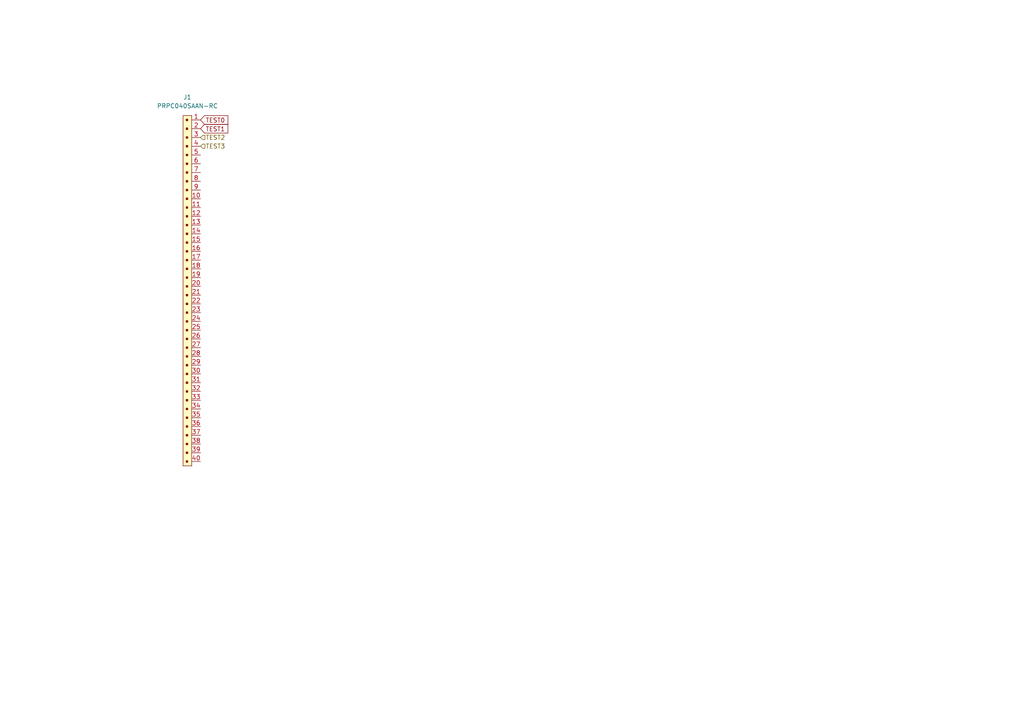
<source format=kicad_sch>
(kicad_sch (version 20230121) (generator eeschema)
  (paper "A4")
  (lib_symbols
    (symbol "dk_Rectangular-Connectors-Headers-Male-Pins:PRPC040SAAN-RC" (pin_names (offset 1.016) hide)
      (property "Reference" "J" (at -2.54 2.54 0))
      (property "Value" "PRPC040SAAN-RC" (at -3.81 -48.26 90))
      (symbol "PRPC040SAAN-RC_1_1"
        (rectangle (start -1.143 -98.806) (end -1.651 -99.314) (fill (type outline)))
        (rectangle (start -1.143 -96.266) (end -1.651 -96.774) (fill (type outline)))
        (rectangle (start -1.143 -93.726) (end -1.651 -94.234) (fill (type outline)))
        (rectangle (start -1.143 -91.186) (end -1.651 -91.694) (fill (type outline)))
        (rectangle (start -1.143 -88.646) (end -1.651 -89.154) (fill (type outline)))
        (rectangle (start -1.143 -86.106) (end -1.651 -86.614) (fill (type outline)))
        (rectangle (start -1.143 -83.566) (end -1.651 -84.074) (fill (type outline)))
        (rectangle (start -1.143 -81.026) (end -1.651 -81.534) (fill (type outline)))
        (rectangle (start -1.143 -78.486) (end -1.651 -78.994) (fill (type outline)))
        (rectangle (start -1.143 -75.946) (end -1.651 -76.454) (fill (type outline)))
        (rectangle (start -1.143 -73.406) (end -1.651 -73.914) (fill (type outline)))
        (rectangle (start -1.143 -70.866) (end -1.651 -71.374) (fill (type outline)))
        (rectangle (start -1.143 -68.326) (end -1.651 -68.834) (fill (type outline)))
        (rectangle (start -1.143 -65.786) (end -1.651 -66.294) (fill (type outline)))
        (rectangle (start -1.143 -63.246) (end -1.651 -63.754) (fill (type outline)))
        (rectangle (start -1.143 -60.706) (end -1.651 -61.214) (fill (type outline)))
        (rectangle (start -1.143 -58.166) (end -1.651 -58.674) (fill (type outline)))
        (rectangle (start -1.143 -55.626) (end -1.651 -56.134) (fill (type outline)))
        (rectangle (start -1.143 -53.086) (end -1.651 -53.594) (fill (type outline)))
        (rectangle (start -1.143 -50.546) (end -1.651 -51.054) (fill (type outline)))
        (rectangle (start -1.143 -48.006) (end -1.651 -48.514) (fill (type outline)))
        (rectangle (start -1.143 -45.466) (end -1.651 -45.974) (fill (type outline)))
        (rectangle (start -1.143 -42.926) (end -1.651 -43.434) (fill (type outline)))
        (rectangle (start -1.143 -40.386) (end -1.651 -40.894) (fill (type outline)))
        (rectangle (start -1.143 -37.846) (end -1.651 -38.354) (fill (type outline)))
        (rectangle (start -1.143 -35.306) (end -1.651 -35.814) (fill (type outline)))
        (rectangle (start -1.143 -32.766) (end -1.651 -33.274) (fill (type outline)))
        (rectangle (start -1.143 -30.226) (end -1.651 -30.734) (fill (type outline)))
        (rectangle (start -1.143 -27.686) (end -1.651 -28.194) (fill (type outline)))
        (rectangle (start -1.143 -25.146) (end -1.651 -25.654) (fill (type outline)))
        (rectangle (start -1.143 -22.606) (end -1.651 -23.114) (fill (type outline)))
        (rectangle (start -1.143 -20.066) (end -1.651 -20.574) (fill (type outline)))
        (rectangle (start -1.143 -17.526) (end -1.651 -18.034) (fill (type outline)))
        (rectangle (start -1.143 -14.986) (end -1.651 -15.494) (fill (type outline)))
        (rectangle (start -1.143 -12.446) (end -1.651 -12.954) (fill (type outline)))
        (rectangle (start -1.143 -9.906) (end -1.651 -10.414) (fill (type outline)))
        (rectangle (start -1.143 -7.366) (end -1.651 -7.874) (fill (type outline)))
        (rectangle (start -1.143 -4.826) (end -1.651 -5.334) (fill (type outline)))
        (rectangle (start -1.143 -2.286) (end -1.651 -2.794) (fill (type outline)))
        (rectangle (start -1.143 0.254) (end -1.651 -0.254) (fill (type outline)))
        (rectangle (start 0 1.27) (end -2.54 -100.33) (fill (type background)))
        (pin passive line (at 2.54 0 180) (length 2.54) (name "~") (number "1"))
        (pin passive line (at 2.54 -22.86 180) (length 2.54) (name "~") (number "10"))
        (pin passive line (at 2.54 -25.4 180) (length 2.54) (name "~") (number "11"))
        (pin passive line (at 2.54 -27.94 180) (length 2.54) (name "~") (number "12"))
        (pin passive line (at 2.54 -30.48 180) (length 2.54) (name "~") (number "13"))
        (pin passive line (at 2.54 -33.02 180) (length 2.54) (name "~") (number "14"))
        (pin passive line (at 2.54 -35.56 180) (length 2.54) (name "~") (number "15"))
        (pin passive line (at 2.54 -38.1 180) (length 2.54) (name "~") (number "16"))
        (pin passive line (at 2.54 -40.64 180) (length 2.54) (name "~") (number "17"))
        (pin passive line (at 2.54 -43.18 180) (length 2.54) (name "~") (number "18"))
        (pin passive line (at 2.54 -45.72 180) (length 2.54) (name "~") (number "19"))
        (pin passive line (at 2.54 -2.54 180) (length 2.54) (name "~") (number "2"))
        (pin passive line (at 2.54 -48.26 180) (length 2.54) (name "~") (number "20"))
        (pin passive line (at 2.54 -50.8 180) (length 2.54) (name "~") (number "21"))
        (pin passive line (at 2.54 -53.34 180) (length 2.54) (name "~") (number "22"))
        (pin passive line (at 2.54 -55.88 180) (length 2.54) (name "~") (number "23"))
        (pin passive line (at 2.54 -58.42 180) (length 2.54) (name "~") (number "24"))
        (pin passive line (at 2.54 -60.96 180) (length 2.54) (name "~") (number "25"))
        (pin passive line (at 2.54 -63.5 180) (length 2.54) (name "~") (number "26"))
        (pin passive line (at 2.54 -66.04 180) (length 2.54) (name "~") (number "27"))
        (pin passive line (at 2.54 -68.58 180) (length 2.54) (name "~") (number "28"))
        (pin passive line (at 2.54 -71.12 180) (length 2.54) (name "~") (number "29"))
        (pin passive line (at 2.54 -5.08 180) (length 2.54) (name "~") (number "3"))
        (pin passive line (at 2.54 -73.66 180) (length 2.54) (name "~") (number "30"))
        (pin passive line (at 2.54 -76.2 180) (length 2.54) (name "~") (number "31"))
        (pin passive line (at 2.54 -78.74 180) (length 2.54) (name "~") (number "32"))
        (pin passive line (at 2.54 -81.28 180) (length 2.54) (name "~") (number "33"))
        (pin passive line (at 2.54 -83.82 180) (length 2.54) (name "~") (number "34"))
        (pin passive line (at 2.54 -86.36 180) (length 2.54) (name "~") (number "35"))
        (pin passive line (at 2.54 -88.9 180) (length 2.54) (name "~") (number "36"))
        (pin passive line (at 2.54 -91.44 180) (length 2.54) (name "~") (number "37"))
        (pin passive line (at 2.54 -93.98 180) (length 2.54) (name "~") (number "38"))
        (pin passive line (at 2.54 -96.52 180) (length 2.54) (name "~") (number "39"))
        (pin passive line (at 2.54 -7.62 180) (length 2.54) (name "~") (number "4"))
        (pin passive line (at 2.54 -99.06 180) (length 2.54) (name "~") (number "40"))
        (pin passive line (at 2.54 -10.16 180) (length 2.54) (name "~") (number "5"))
        (pin passive line (at 2.54 -12.7 180) (length 2.54) (name "~") (number "6"))
        (pin passive line (at 2.54 -15.24 180) (length 2.54) (name "~") (number "7"))
        (pin passive line (at 2.54 -17.78 180) (length 2.54) (name "~") (number "8"))
        (pin passive line (at 2.54 -20.32 180) (length 2.54) (name "~") (number "9"))
      )
    )
  )
  (global_label "TEST0" (shape input) (at 58.166 34.798 0) (property "Intersheetrefs" "${INTERSHEET_REFS}" (effects hide)))
  (global_label "TEST1" (shape input) (at 58.166 37.338 0) (property "Intersheetrefs" "${INTERSHEET_REFS}" (effects hide)))
  (hierarchical_label "TEST2" (shape input) (at 58.166 39.878 0))
  (hierarchical_label "TEST3" (shape input) (at 58.166 42.418 0))
  (symbol (lib_id "dk_Rectangular-Connectors-Headers-Male-Pins:PRPC040SAAN-RC") (at 55.626 34.798 0) (unit 1)
    (property "Reference" "J1" (at 54.356 28.194 0))
    (property "Value" "PRPC040SAAN-RC" (at 54.356 30.734 0))
    (property "Footprint" "digikey-footprints:PinHeader_1x40_P2.54_Drill1mm" (effects hide))
    (property "Datasheet" "https://media.digikey.com/PDF/Data%20Sheets/Sullins%20PDFs/xRxCzzzSxxN-RC_ST_11635-B.pdf" (effects hide))
    (property "Digi-Key_PN" "S1011EC-40-ND" (effects hide))
    (property "MPN" "PRPC040SAAN-RC" (effects hide))
    (property "Category" "Connectors, Interconnects" (effects hide))
    (property "Family" "Rectangular Connectors - Headers, Male Pins" (effects hide))
    (property "DK_Datasheet_Link" "https://media.digikey.com/PDF/Data%20Sheets/Sullins%20PDFs/xRxCzzzSxxN-RC_ST_11635-B.pdf" (effects hide))
    (property "DK_Detail_Page" "/product-detail/en/sullins-connector-solutions/PRPC040SAAN-RC/S1011EC-40-ND/2775214" (effects hide))
    (property "Description" "CONN HEADER VERT 40POS 2.54MM" (effects hide))
    (property "Manufacturer" "Sullins Connector Solutions" (effects hide))
    (property "Status" "Active" (effects hide))
  )
)
</source>
